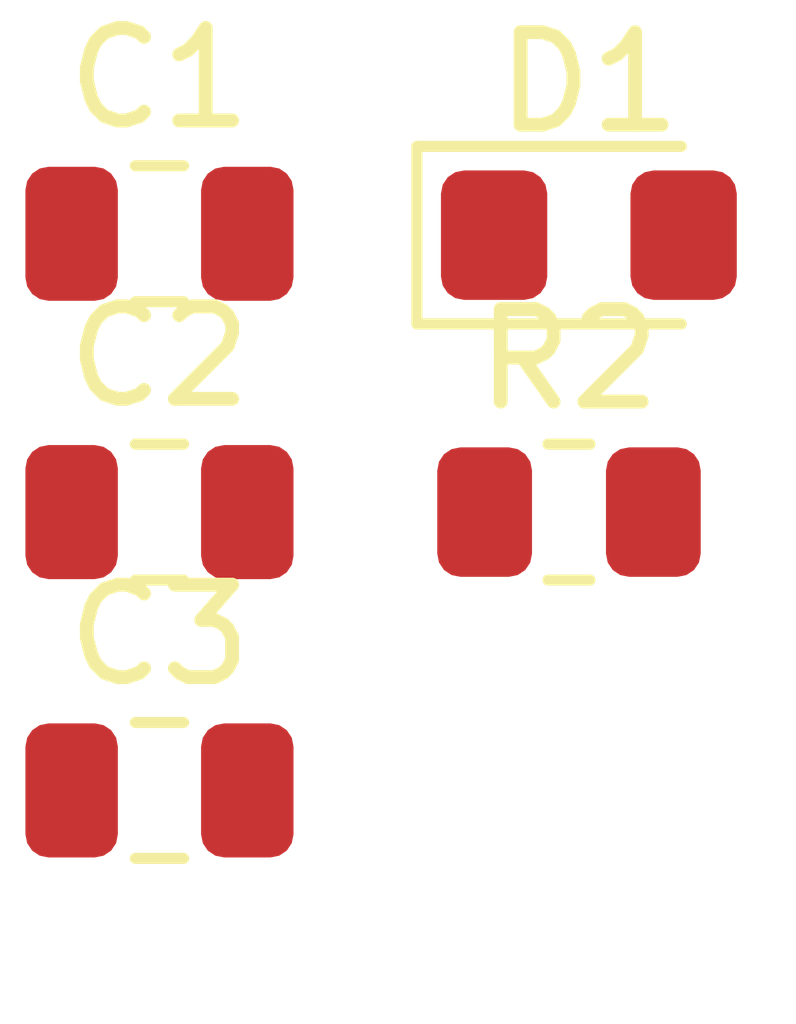
<source format=kicad_pcb>
(kicad_pcb (version 20221018) (generator pcbnew)
  (layers (0 "F.Cu" signal) (31 "B.Cu" signal) (34 "B.Paste" user) (35 "F.Paste" user) (36 "B.SilkS" user "B.Silkscreen") (37 "F.SilkS" user "F.Silkscreen") (38 "B.Mask" user) (39 "F.Mask" user) (44 "Edge.Cuts" user))
  (net 0 "")
  (net 1 "Net-(C1-Pad1)")
  (net 2 "Net-(C1-Pad2)")
  (net 3 "Net-(C2-Pad1)")
  (net 4 "/SIG_OUT_+")
  (net 5 "Net-(U2-BYPASS)")
  (net 6 "GND")
  (net 7 "Net-(D1-A)")
  (net 8 "Net-(R2-Pad1)")
  (footprint "Capacitor_SMD:C_0805_2012Metric" (layer "F.Cu") (at 108.9575 83.82)
    (fp_text reference "C2" (at 0 -1.68) (layer "F.SilkS"))
    (fp_text value "C")
    (fp_line (start -0.261252 -0.735) (end 0.261252 -0.735) (stroke (width 0.12)) (layer "F.SilkS"))
    (fp_line (start -0.261252 0.735) (end 0.261252 0.735) (stroke (width 0.12)) (layer "F.SilkS"))
    (pad "1" smd roundrect (at -0.95 0) (size 1 1.45) (layers "F.Cu" "F.Paste" "F.Mask") (net 3 "Net-(C2-Pad1)"))
    (pad "2" smd roundrect (at 0.95 0) (size 1 1.45) (layers "F.Cu" "F.Paste" "F.Mask") (net 4 "/SIG_OUT_+"))
  )
  (footprint "LED_SMD:LED_0805_2012Metric_Pad1.15x1.40mm_HandSolder" (layer "F.Cu") (at 113.6025 80.825)
    (fp_text reference "D1" (at 0 -1.65) (layer "F.SilkS"))
    (fp_text value "Green")
    (fp_line (start -1.86 -0.96) (end -1.86 0.96) (stroke (width 0.12)) (layer "F.SilkS"))
    (fp_line (start -1.86 0.96) (end 1 0.96) (stroke (width 0.12)) (layer "F.SilkS"))
    (fp_line (start 1 -0.96) (end -1.86 -0.96) (stroke (width 0.12)) (layer "F.SilkS"))
    (pad "1" smd roundrect (at -1.025 0) (size 1.15 1.4) (layers "F.Cu" "F.Paste" "F.Mask") (roundrect_rratio 0.217391) (net 6 "GND"))
    (pad "2" smd roundrect (at 1.025 0) (size 1.15 1.4) (layers "F.Cu" "F.Paste" "F.Mask") (roundrect_rratio 0.217391) (net 7 "Net-(D1-A)"))
  )
  (footprint "Resistor_SMD:R_0805_2012Metric" (layer "F.Cu") (at 113.3875 83.82)
    (fp_text reference "R2" (at 0 -1.65) (layer "F.SilkS"))
    (fp_text value "R")
    (fp_line (start -0.227064 -0.735) (end 0.227064 -0.735) (stroke (width 0.12)) (layer "F.SilkS"))
    (fp_line (start -0.227064 0.735) (end 0.227064 0.735) (stroke (width 0.12)) (layer "F.SilkS"))
    (pad "1" smd roundrect (at -0.9125 0) (size 1.025 1.4) (layers "F.Cu" "F.Paste" "F.Mask") (roundrect_rratio 0.243902) (net 8 "Net-(R2-Pad1)"))
    (pad "2" smd roundrect (at 0.9125 0) (size 1.025 1.4) (layers "F.Cu" "F.Paste" "F.Mask") (roundrect_rratio 0.243902) (net 2 "Net-(C1-Pad2)"))
  )
  (footprint "Capacitor_SMD:C_0805_2012Metric" (layer "F.Cu") (at 108.9575 80.81)
    (fp_text reference "C1" (at 0 -1.68) (layer "F.SilkS"))
    (fp_text value "C")
    (fp_line (start -0.261252 -0.735) (end 0.261252 -0.735) (stroke (width 0.12)) (layer "F.SilkS"))
    (fp_line (start -0.261252 0.735) (end 0.261252 0.735) (stroke (width 0.12)) (layer "F.SilkS"))
    (pad "1" smd roundrect (at -0.95 0) (size 1 1.45) (layers "F.Cu" "F.Paste" "F.Mask") (net 1 "Net-(C1-Pad1)"))
    (pad "2" smd roundrect (at 0.95 0) (size 1 1.45) (layers "F.Cu" "F.Paste" "F.Mask") (net 2 "Net-(C1-Pad2)"))
  )
  (footprint "Capacitor_SMD:C_0805_2012Metric" (layer "F.Cu") (at 108.9575 86.83)
    (fp_text reference "C3" (at 0 -1.68) (layer "F.SilkS"))
    (fp_text value "C")
    (fp_line (start -0.261252 -0.735) (end 0.261252 -0.735) (stroke (width 0.12)) (layer "F.SilkS"))
    (fp_line (start -0.261252 0.735) (end 0.261252 0.735) (stroke (width 0.12)) (layer "F.SilkS"))
    (pad "1" smd roundrect (at -0.95 0) (size 1 1.45) (layers "F.Cu" "F.Paste" "F.Mask") (net 5 "Net-(U2-BYPASS)"))
    (pad "2" smd roundrect (at 0.95 0) (size 1 1.45) (layers "F.Cu" "F.Paste" "F.Mask") (net 6 "GND"))
  )
)
</source>
